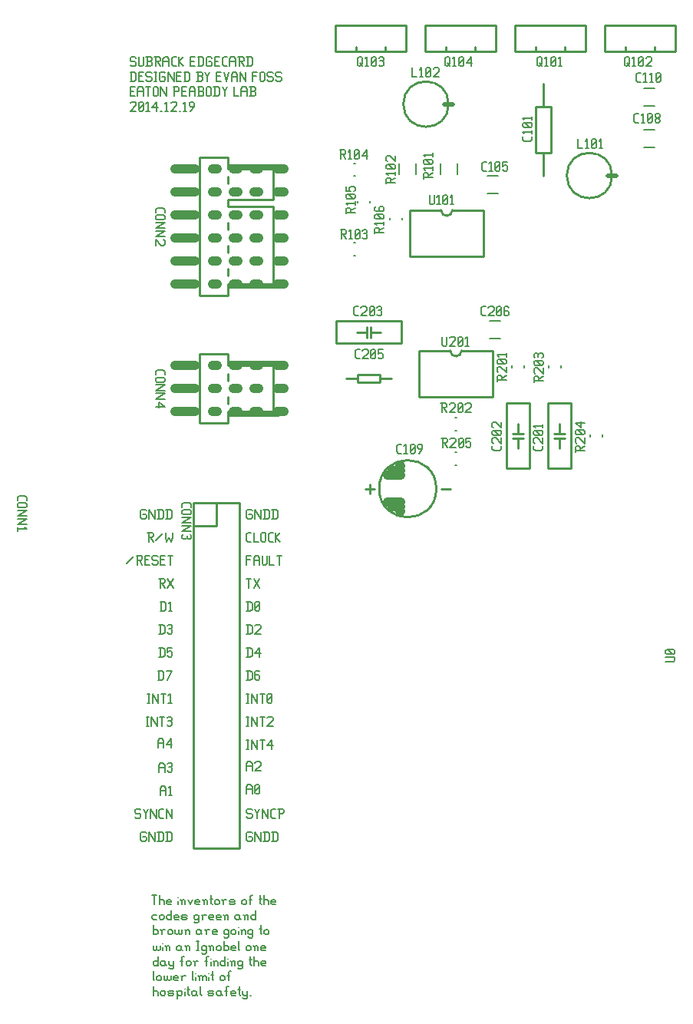
<source format=gto>
G04 start of page 2 for group 1 layer_idx 8 *
G04 Title: (unknown), top_silk *
G04 Creator: pcb-rnd 2.3.2 *
G04 CreationDate: 2021-07-12 19:07:32 UTC *
G04 For:  *
G04 Format: Gerber/RS-274X *
G04 PCB-Dimensions: 1000000 1000000 *
G04 PCB-Coordinate-Origin: lower left *
%MOIN*%
%FSLAX25Y25*%
%LNTOP_SILK_NONE_1*%
%ADD85C,0.0070*%
%ADD84C,0.0200*%
%ADD83C,0.0394*%
%ADD82C,0.0080*%
%ADD81C,0.0150*%
%ADD80C,0.0400*%
%ADD79C,0.0100*%
G54D79*X167000Y736000D02*Y586000D01*
X187000Y736000D02*X167000D01*
X177000Y726000D02*X167000D01*
X177000Y736000D02*Y726000D01*
X182000Y795500D02*X201700D01*
X182000Y789000D02*Y792000D01*
G54D80*X186400Y785500D02*X184200D01*
X177400D02*X175200D01*
G54D79*X182000Y770500D02*X169500D01*
X182000Y779000D02*Y782000D01*
G54D80*X177400Y775500D02*X175200D01*
X195400Y785500D02*X193200D01*
G54D79*X182000Y770500D02*Y775500D01*
G54D80*X195400D02*X193200D01*
X186400D02*X184200D01*
G54D79*X187000Y586000D02*X167000D01*
X187000Y736000D02*Y586000D01*
X201700Y775500D02*X182000D01*
X169500Y800500D02*Y770500D01*
X201700Y795500D02*Y775500D01*
X169500Y886000D02*X182000D01*
Y881000D01*
G54D80*X177400D02*X175200D01*
G54D79*X182000Y854500D02*Y857500D01*
G54D80*X177400Y861000D02*X175200D01*
X177400Y871000D02*X175200D01*
G54D79*X182000Y864500D02*Y867500D01*
X169500Y886000D02*Y826000D01*
X182000Y874500D02*Y877500D01*
G54D80*X177400Y851000D02*X175200D01*
G54D79*X182000Y834500D02*Y837500D01*
Y844500D02*Y847500D01*
G54D80*X177400Y831000D02*X175200D01*
X177400Y841000D02*X175200D01*
X167500Y881000D02*X159000D01*
X167500Y871000D02*X159000D01*
X167500Y861000D02*X159000D01*
X167500Y851000D02*X159000D01*
X167500Y841000D02*X159000D01*
X167500Y831000D02*X159000D01*
G54D79*X169500Y800500D02*X182000D01*
Y826000D02*X169500D01*
X182000D02*Y831000D01*
Y881000D02*X201700D01*
G54D80*X186400Y871000D02*X184200D01*
X186400Y861000D02*X184200D01*
G54D79*X201700Y867500D02*Y881000D01*
G54D80*X195400Y871000D02*X193200D01*
X195400Y861000D02*X193200D01*
G54D79*X201700Y867500D02*X182000D01*
Y864500D02*X201700D01*
Y831000D01*
G54D80*X195400Y851000D02*X193200D01*
X195400Y841000D02*X193200D01*
X186400Y831000D02*X184200D01*
X186400Y881000D02*X184200D01*
G54D81*X203400Y882250D02*X182300D01*
G54D80*X186400Y841000D02*X184200D01*
X186400Y851000D02*X184200D01*
G54D79*X182000Y800500D02*Y795500D01*
G54D81*X203400Y796750D02*X182300D01*
G54D79*X201700Y831000D02*X182000D01*
G54D81*X203700Y829750D02*X182300D01*
G54D80*X195400Y831000D02*X193200D01*
X203200D02*X206400D01*
G54D79*X228984Y805079D02*Y814921D01*
X257331D01*
X237843Y810000D02*X242173D01*
Y812362D02*Y807638D01*
X257331Y814921D02*Y805079D01*
X228984D01*
X244142Y810000D02*X248472D01*
X244142Y812362D02*Y807638D01*
X233300Y790000D02*X238225D01*
X248075D02*X253000D01*
X238225Y791642D02*Y788358D01*
Y791642D02*X248075D01*
Y788358D02*X238225D01*
X248075D02*Y791642D01*
X265000Y802000D02*Y782000D01*
G54D82*X280607Y772755D02*X281393D01*
X280607Y767245D02*X281393D01*
G54D79*X241677Y742000D02*X245677D01*
G54D83*X256978Y747906D02*X251478D01*
X256978Y749874D02*X253234D01*
X256978Y751843D02*X256618D01*
G54D82*X280607Y757755D02*X281393D01*
X280607Y752245D02*X281393D01*
G54D79*X274480Y742000D02*X278480D01*
X243677Y744000D02*Y740000D01*
G54D83*X256978Y736094D02*X251478D01*
X256978Y734126D02*X253234D01*
X256978Y732157D02*X256618D01*
G54D79*X297000Y782000D02*X265000D01*
G54D82*X295638Y814740D02*X300362D01*
X295638Y807260D02*X300362D01*
X305245Y794607D02*Y795393D01*
G54D79*X297000Y782000D02*Y802000D01*
G54D82*X310755Y794607D02*Y795393D01*
X321245Y794607D02*Y795393D01*
X326755Y794607D02*Y795393D01*
X339245Y764607D02*Y765393D01*
X344755Y764607D02*Y765393D01*
G54D79*X303079Y750827D02*Y779173D01*
X305638Y764016D02*X310362D01*
X308000Y765984D02*Y770315D01*
X312921Y779173D02*Y750827D01*
X303079D01*
X308000Y759685D02*Y764016D01*
X305638Y765984D02*X310362D01*
X321079Y750827D02*Y779173D01*
X330921D02*Y750827D01*
X321079D01*
X326000Y759685D02*Y764016D01*
X323638D02*X328362D01*
X326000Y765984D02*Y770315D01*
X323638Y765984D02*X328362D01*
X303079Y779173D02*X312921D01*
X321079D02*X330921D01*
X265000Y802000D02*X278500D01*
X283500D02*X297000D01*
G54D80*X195400Y881000D02*X193200D01*
X203200Y871000D02*X206400D01*
X203200Y881000D02*X206400D01*
G54D82*X236608Y883392D02*X237394D01*
X236608Y877882D02*X237394D01*
X238246Y866244D02*Y867030D01*
G54D84*X275874Y909000D02*X279811D01*
G54D82*X243756Y866244D02*Y867030D01*
X256260Y878638D02*Y883362D01*
X263740Y878638D02*Y883362D01*
X274260Y878638D02*Y883362D01*
X281740Y878638D02*Y883362D01*
G54D79*X319000Y878000D02*Y888000D01*
X322333Y908000D02*Y888000D01*
X319000Y908000D02*Y918000D01*
X322333Y908000D02*X315667D01*
G54D82*X362638Y915740D02*X367362D01*
X362638Y908260D02*X367362D01*
G54D79*X315667Y888000D02*X322333D01*
G54D84*X346874Y878000D02*X350811D01*
G54D82*X294638Y877740D02*X299362D01*
X294638Y870260D02*X299362D01*
X362638Y897740D02*X367362D01*
X362638Y890260D02*X367362D01*
G54D79*X315667Y888000D02*Y908000D01*
X228646Y943193D02*X259354D01*
X267646D02*X298354D01*
X306646D02*X337354D01*
X345646D02*X376354D01*
X228646Y931776D02*Y943193D01*
X259354Y931776D02*X228646D01*
X237701D02*Y933744D01*
X250299D02*Y931776D01*
X298354D02*X267646D01*
X276701D02*Y933744D01*
X289299D02*Y931776D01*
X337354D02*X306646D01*
X315701D02*Y933744D01*
X328299D02*Y931776D01*
X376354D02*X345646D01*
X354701D02*Y933744D01*
X367299D02*Y931776D01*
X259354Y943193D02*Y931776D01*
X267646D02*Y943193D01*
X298354D02*Y931776D01*
X306646D02*Y943193D01*
X337354D02*Y931776D01*
X345646D02*Y943193D01*
X376354D02*Y931776D01*
G54D80*X203200Y861000D02*X206400D01*
X203200Y851000D02*X206400D01*
X203200Y841000D02*X206400D01*
G54D79*X261000Y863000D02*Y843000D01*
X293000D02*X261000D01*
G54D82*X236607Y848755D02*X237393D01*
X236607Y843245D02*X237393D01*
G54D79*X293000Y843000D02*Y863000D01*
X261000D02*X274500D01*
X279500D02*X293000D01*
G54D82*X252246Y858787D02*Y859573D01*
X257756Y858787D02*Y859573D01*
G54D80*X195400Y795500D02*X193200D01*
X203200Y785500D02*X206400D01*
X203200Y795500D02*X206400D01*
X203200Y775500D02*X206400D01*
G54D81*X203700Y774250D02*X182300D01*
G54D80*X186400Y795500D02*X184200D01*
X177400D02*X175200D01*
X167500D02*X159000D01*
X167500Y785500D02*X159000D01*
X167500Y775500D02*X159000D01*
G54D79*X258157Y909000D02*G75*G03X277843Y909000I9843J0D01*G01*
G75*G03X258157Y909000I-9843J0D01*G01*
X274500Y863000D02*G75*G03X279500Y863000I2500J0D01*G01*
X278500Y802000D02*G75*G03X283500Y802000I2500J0D01*G01*
X329157Y878000D02*G75*G03X348843Y878000I9843J0D01*G01*
G75*G03X329157Y878000I-9843J0D01*G01*
X247677Y742000D02*G75*G03X272480Y742000I12402J0D01*G01*
G75*G03X247677Y742000I-12402J0D01*G01*
G54D85*X149500Y557000D02*X151000D01*
X149000Y556500D02*X149500Y557000D01*
X149000Y556500D02*Y555500D01*
X149500Y555000D01*
X151000D01*
X152200Y556500D02*Y555500D01*
Y556500D02*X152700Y557000D01*
X153700D01*
X154200Y556500D01*
Y555500D01*
X153700Y555000D02*X154200Y555500D01*
X152700Y555000D02*X153700D01*
X152200Y555500D02*X152700Y555000D01*
X157400Y559000D02*Y555000D01*
X156900D02*X157400Y555500D01*
X155900Y555000D02*X156900D01*
X155400Y555500D02*X155900Y555000D01*
X155400Y556500D02*Y555500D01*
Y556500D02*X155900Y557000D01*
X156900D01*
X157400Y556500D01*
X159100Y555000D02*X160600D01*
X158600Y555500D02*X159100Y555000D01*
X158600Y556500D02*Y555500D01*
Y556500D02*X159100Y557000D01*
X160100D01*
X160600Y556500D01*
X158600Y556000D02*X160600D01*
Y556500D01*
X162300Y555000D02*X163800D01*
X164300Y555500D01*
X163800Y556000D02*X164300Y555500D01*
X162300Y556000D02*X163800D01*
X161800Y556500D02*X162300Y556000D01*
X161800Y556500D02*X162300Y557000D01*
X163800D01*
X164300Y556500D01*
X161800Y555500D02*X162300Y555000D01*
X168800Y557000D02*X169300Y556500D01*
X167800Y557000D02*X168800D01*
X167300Y556500D02*X167800Y557000D01*
X167300Y556500D02*Y555500D01*
X167800Y555000D01*
X168800D01*
X169300Y555500D01*
X167300Y554000D02*X167800Y553500D01*
X168800D01*
X169300Y554000D01*
Y557000D02*Y554000D01*
X171000Y556500D02*Y555000D01*
Y556500D02*X171500Y557000D01*
X172500D01*
X170500D02*X171000Y556500D01*
X174200Y555000D02*X175700D01*
X173700Y555500D02*X174200Y555000D01*
X173700Y556500D02*Y555500D01*
Y556500D02*X174200Y557000D01*
X175200D01*
X175700Y556500D01*
X173700Y556000D02*X175700D01*
Y556500D01*
X177400Y555000D02*X178900D01*
X176900Y555500D02*X177400Y555000D01*
X176900Y556500D02*Y555500D01*
Y556500D02*X177400Y557000D01*
X178400D01*
X178900Y556500D01*
X176900Y556000D02*X178900D01*
Y556500D01*
X180600D02*Y555000D01*
Y556500D02*X181100Y557000D01*
X181600D01*
X182100Y556500D01*
Y555000D01*
X180100Y557000D02*X180600Y556500D01*
X186600Y557000D02*X187100Y556500D01*
X185600Y557000D02*X186600D01*
X185100Y556500D02*X185600Y557000D01*
X185100Y556500D02*Y555500D01*
X185600Y555000D01*
X187100Y557000D02*Y555500D01*
X187600Y555000D01*
X185600D02*X186600D01*
X187100Y555500D01*
X189300Y556500D02*Y555000D01*
Y556500D02*X189800Y557000D01*
X190300D01*
X190800Y556500D01*
Y555000D01*
X188800Y557000D02*X189300Y556500D01*
X194000Y559000D02*Y555000D01*
X193500D02*X194000Y555500D01*
X192500Y555000D02*X193500D01*
X192000Y555500D02*X192500Y555000D01*
X192000Y556500D02*Y555500D01*
Y556500D02*X192500Y557000D01*
X193500D01*
X194000Y556500D01*
X149000Y565500D02*X151000D01*
X150000D02*Y561500D01*
X152200Y565500D02*Y561500D01*
Y563000D02*X152700Y563500D01*
X153700D01*
X154200Y563000D01*
Y561500D01*
X155900D02*X157400D01*
X155400Y562000D02*X155900Y561500D01*
X155400Y563000D02*Y562000D01*
Y563000D02*X155900Y563500D01*
X156900D01*
X157400Y563000D01*
X155400Y562500D02*X157400D01*
Y563000D01*
X160400Y564500D02*Y564400D01*
Y563000D02*Y561500D01*
X161900Y563000D02*Y561500D01*
Y563000D02*X162400Y563500D01*
X162900D01*
X163400Y563000D01*
Y561500D01*
X161400Y563500D02*X161900Y563000D01*
X164600Y563500D02*X165600Y561500D01*
X166600Y563500D02*X165600Y561500D01*
X168300D02*X169800D01*
X167800Y562000D02*X168300Y561500D01*
X167800Y563000D02*Y562000D01*
Y563000D02*X168300Y563500D01*
X169300D01*
X169800Y563000D01*
X167800Y562500D02*X169800D01*
Y563000D01*
X171500D02*Y561500D01*
Y563000D02*X172000Y563500D01*
X172500D01*
X173000Y563000D01*
Y561500D01*
X171000Y563500D02*X171500Y563000D01*
X174700Y565500D02*Y562000D01*
X175200Y561500D01*
X174200Y564000D02*X175200D01*
X176200Y563000D02*Y562000D01*
Y563000D02*X176700Y563500D01*
X177700D01*
X178200Y563000D01*
Y562000D01*
X177700Y561500D02*X178200Y562000D01*
X176700Y561500D02*X177700D01*
X176200Y562000D02*X176700Y561500D01*
X179900Y563000D02*Y561500D01*
Y563000D02*X180400Y563500D01*
X181400D01*
X179400D02*X179900Y563000D01*
X183100Y561500D02*X184600D01*
X185100Y562000D01*
X184600Y562500D02*X185100Y562000D01*
X183100Y562500D02*X184600D01*
X182600Y563000D02*X183100Y562500D01*
X182600Y563000D02*X183100Y563500D01*
X184600D01*
X185100Y563000D01*
X182600Y562000D02*X183100Y561500D01*
X188100Y563000D02*Y562000D01*
Y563000D02*X188600Y563500D01*
X189600D01*
X190100Y563000D01*
Y562000D01*
X189600Y561500D02*X190100Y562000D01*
X188600Y561500D02*X189600D01*
X188100Y562000D02*X188600Y561500D01*
X191800Y565000D02*Y561500D01*
Y565000D02*X192300Y565500D01*
X192800D01*
X191300Y563500D02*X192300D01*
X196100Y565500D02*Y562000D01*
X196600Y561500D01*
X195600Y564000D02*X196600D01*
X197600Y565500D02*Y561500D01*
Y563000D02*X198100Y563500D01*
X199100D01*
X199600Y563000D01*
Y561500D01*
X201300D02*X202800D01*
X200800Y562000D02*X201300Y561500D01*
X200800Y563000D02*Y562000D01*
Y563000D02*X201300Y563500D01*
X202300D01*
X202800Y563000D01*
X200800Y562500D02*X202800D01*
Y563000D01*
X192000Y593000D02*X192500Y592500D01*
X190500Y593000D02*X192000D01*
X190000Y592500D02*X190500Y593000D01*
X190000Y592500D02*Y589500D01*
X190500Y589000D01*
X192000D01*
X192500Y589500D01*
Y590500D02*Y589500D01*
X192000Y591000D02*X192500Y590500D01*
X191000Y591000D02*X192000D01*
X193700Y593000D02*Y589000D01*
Y593000D02*X196200Y589000D01*
Y593000D02*Y589000D01*
X197900Y593000D02*Y589000D01*
X199200Y593000D02*X199900Y592300D01*
Y589700D01*
X199200Y589000D02*X199900Y589700D01*
X197400Y589000D02*X199200D01*
X197400Y593000D02*X199200D01*
X201600D02*Y589000D01*
X202900Y593000D02*X203600Y592300D01*
Y589700D01*
X202900Y589000D02*X203600Y589700D01*
X201100Y589000D02*X202900D01*
X201100Y593000D02*X202900D01*
X192000Y603000D02*X192500Y602500D01*
X190500Y603000D02*X192000D01*
X190000Y602500D02*X190500Y603000D01*
X190000Y602500D02*Y601500D01*
X190500Y601000D01*
X192000D01*
X192500Y600500D01*
Y599500D01*
X192000Y599000D02*X192500Y599500D01*
X190500Y599000D02*X192000D01*
X190000Y599500D02*X190500Y599000D01*
X193700Y603000D02*X194700Y601000D01*
X195700Y603000D01*
X194700Y601000D02*Y599000D01*
X196900Y603000D02*Y599000D01*
Y603000D02*X199400Y599000D01*
Y603000D02*Y599000D01*
X201300D02*X202600D01*
X200600Y599700D02*X201300Y599000D01*
X200600Y602300D02*Y599700D01*
Y602300D02*X201300Y603000D01*
X202600D01*
X204300D02*Y599000D01*
X203800Y603000D02*X205800D01*
X206300Y602500D01*
Y601500D01*
X205800Y601000D02*X206300Y601500D01*
X204300Y601000D02*X205800D01*
X190000Y612500D02*Y609500D01*
Y612500D02*X190700Y613500D01*
X191800D01*
X192500Y612500D01*
Y609500D01*
X190000Y611500D02*X192500D01*
X193700Y610000D02*X194200Y609500D01*
X193700Y613000D02*Y610000D01*
Y613000D02*X194200Y613500D01*
X195200D01*
X195700Y613000D01*
Y610000D01*
X195200Y609500D02*X195700Y610000D01*
X194200Y609500D02*X195200D01*
X193700Y610500D02*X195700Y612500D01*
X149500Y532500D02*Y529000D01*
X150000Y528500D01*
X151000Y530000D02*Y529000D01*
Y530000D02*X151500Y530500D01*
X152500D01*
X153000Y530000D01*
Y529000D01*
X152500Y528500D02*X153000Y529000D01*
X151500Y528500D02*X152500D01*
X151000Y529000D02*X151500Y528500D01*
X154200Y530500D02*Y529000D01*
X154700Y528500D01*
X155200D01*
X155700Y529000D01*
Y530500D02*Y529000D01*
X156200Y528500D01*
X156700D01*
X157200Y529000D01*
Y530500D02*Y529000D01*
X158900Y528500D02*X160400D01*
X158400Y529000D02*X158900Y528500D01*
X158400Y530000D02*Y529000D01*
Y530000D02*X158900Y530500D01*
X159900D01*
X160400Y530000D01*
X158400Y529500D02*X160400D01*
Y530000D01*
X162100D02*Y528500D01*
Y530000D02*X162600Y530500D01*
X163600D01*
X161600D02*X162100Y530000D01*
X166600Y532500D02*Y529000D01*
X167100Y528500D01*
X168100Y531500D02*Y531400D01*
Y530000D02*Y528500D01*
X169600Y530000D02*Y528500D01*
Y530000D02*X170100Y530500D01*
X170600D01*
X171100Y530000D01*
Y528500D01*
Y530000D02*X171600Y530500D01*
X172100D01*
X172600Y530000D01*
Y528500D01*
X169100Y530500D02*X169600Y530000D01*
X173800Y531500D02*Y531400D01*
Y530000D02*Y528500D01*
X175300Y532500D02*Y529000D01*
X175800Y528500D01*
X174800Y531000D02*X175800D01*
X178600Y530000D02*Y529000D01*
Y530000D02*X179100Y530500D01*
X180100D01*
X180600Y530000D01*
Y529000D01*
X180100Y528500D02*X180600Y529000D01*
X179100Y528500D02*X180100D01*
X178600Y529000D02*X179100Y528500D01*
X182300Y532000D02*Y528500D01*
Y532000D02*X182800Y532500D01*
X183300D01*
X181800Y530500D02*X182800D01*
X149500Y552500D02*Y548500D01*
Y549000D02*X150000Y548500D01*
X151000D01*
X151500Y549000D01*
Y550000D02*Y549000D01*
X151000Y550500D02*X151500Y550000D01*
X150000Y550500D02*X151000D01*
X149500Y550000D02*X150000Y550500D01*
X153200Y550000D02*Y548500D01*
Y550000D02*X153700Y550500D01*
X154700D01*
X152700D02*X153200Y550000D01*
X155900D02*Y549000D01*
Y550000D02*X156400Y550500D01*
X157400D01*
X157900Y550000D01*
Y549000D01*
X157400Y548500D02*X157900Y549000D01*
X156400Y548500D02*X157400D01*
X155900Y549000D02*X156400Y548500D01*
X159100Y550500D02*Y549000D01*
X159600Y548500D01*
X160100D01*
X160600Y549000D01*
Y550500D02*Y549000D01*
X161100Y548500D01*
X161600D01*
X162100Y549000D01*
Y550500D02*Y549000D01*
X163800Y550000D02*Y548500D01*
Y550000D02*X164300Y550500D01*
X164800D01*
X165300Y550000D01*
Y548500D01*
X163300Y550500D02*X163800Y550000D01*
X169800Y550500D02*X170300Y550000D01*
X168800Y550500D02*X169800D01*
X168300Y550000D02*X168800Y550500D01*
X168300Y550000D02*Y549000D01*
X168800Y548500D01*
X170300Y550500D02*Y549000D01*
X170800Y548500D01*
X168800D02*X169800D01*
X170300Y549000D01*
X172500Y550000D02*Y548500D01*
Y550000D02*X173000Y550500D01*
X174000D01*
X172000D02*X172500Y550000D01*
X175700Y548500D02*X177200D01*
X175200Y549000D02*X175700Y548500D01*
X175200Y550000D02*Y549000D01*
Y550000D02*X175700Y550500D01*
X176700D01*
X177200Y550000D01*
X175200Y549500D02*X177200D01*
Y550000D01*
X181700Y550500D02*X182200Y550000D01*
X180700Y550500D02*X181700D01*
X180200Y550000D02*X180700Y550500D01*
X180200Y550000D02*Y549000D01*
X180700Y548500D01*
X181700D01*
X182200Y549000D01*
X180200Y547500D02*X180700Y547000D01*
X181700D01*
X182200Y547500D01*
Y550500D02*Y547500D01*
X183400Y550000D02*Y549000D01*
Y550000D02*X183900Y550500D01*
X184900D01*
X185400Y550000D01*
Y549000D01*
X184900Y548500D02*X185400Y549000D01*
X183900Y548500D02*X184900D01*
X183400Y549000D02*X183900Y548500D01*
X186600Y551500D02*Y551400D01*
Y550000D02*Y548500D01*
X188100Y550000D02*Y548500D01*
Y550000D02*X188600Y550500D01*
X189100D01*
X189600Y550000D01*
Y548500D01*
X187600Y550500D02*X188100Y550000D01*
X192300Y550500D02*X192800Y550000D01*
X191300Y550500D02*X192300D01*
X190800Y550000D02*X191300Y550500D01*
X190800Y550000D02*Y549000D01*
X191300Y548500D01*
X192300D01*
X192800Y549000D01*
X190800Y547500D02*X191300Y547000D01*
X192300D01*
X192800Y547500D01*
Y550500D02*Y547500D01*
X196300Y552500D02*Y549000D01*
X196800Y548500D01*
X195800Y551000D02*X196800D01*
X197800Y550000D02*Y549000D01*
Y550000D02*X198300Y550500D01*
X199300D01*
X199800Y550000D01*
Y549000D01*
X199300Y548500D02*X199800Y549000D01*
X198300Y548500D02*X199300D01*
X197800Y549000D02*X198300Y548500D01*
X190000Y622500D02*Y619500D01*
Y622500D02*X190700Y623500D01*
X191800D01*
X192500Y622500D01*
Y619500D01*
X190000Y621500D02*X192500D01*
X193700Y623000D02*X194200Y623500D01*
X195700D01*
X196200Y623000D01*
Y622000D01*
X193700Y619500D02*X196200Y622000D01*
X193700Y619500D02*X196200D01*
X149500Y543500D02*Y542000D01*
X150000Y541500D01*
X150500D01*
X151000Y542000D01*
Y543500D02*Y542000D01*
X151500Y541500D01*
X152000D01*
X152500Y542000D01*
Y543500D02*Y542000D01*
X153700Y544500D02*Y544400D01*
Y543000D02*Y541500D01*
X155200Y543000D02*Y541500D01*
Y543000D02*X155700Y543500D01*
X156200D01*
X156700Y543000D01*
Y541500D01*
X154700Y543500D02*X155200Y543000D01*
X161200Y543500D02*X161700Y543000D01*
X160200Y543500D02*X161200D01*
X159700Y543000D02*X160200Y543500D01*
X159700Y543000D02*Y542000D01*
X160200Y541500D01*
X161700Y543500D02*Y542000D01*
X162200Y541500D01*
X160200D02*X161200D01*
X161700Y542000D01*
X163900Y543000D02*Y541500D01*
Y543000D02*X164400Y543500D01*
X164900D01*
X165400Y543000D01*
Y541500D01*
X163400Y543500D02*X163900Y543000D01*
X168400Y545500D02*X169400D01*
X168900D02*Y541500D01*
X168400D02*X169400D01*
X172100Y543500D02*X172600Y543000D01*
X171100Y543500D02*X172100D01*
X170600Y543000D02*X171100Y543500D01*
X170600Y543000D02*Y542000D01*
X171100Y541500D01*
X172100D01*
X172600Y542000D01*
X170600Y540500D02*X171100Y540000D01*
X172100D01*
X172600Y540500D01*
Y543500D02*Y540500D01*
X174300Y543000D02*Y541500D01*
Y543000D02*X174800Y543500D01*
X175300D01*
X175800Y543000D01*
Y541500D01*
X173800Y543500D02*X174300Y543000D01*
X177000D02*Y542000D01*
Y543000D02*X177500Y543500D01*
X178500D01*
X179000Y543000D01*
Y542000D01*
X178500Y541500D02*X179000Y542000D01*
X177500Y541500D02*X178500D01*
X177000Y542000D02*X177500Y541500D01*
X180200Y545500D02*Y541500D01*
Y542000D02*X180700Y541500D01*
X181700D01*
X182200Y542000D01*
Y543000D02*Y542000D01*
X181700Y543500D02*X182200Y543000D01*
X180700Y543500D02*X181700D01*
X180200Y543000D02*X180700Y543500D01*
X183900Y541500D02*X185400D01*
X183400Y542000D02*X183900Y541500D01*
X183400Y543000D02*Y542000D01*
Y543000D02*X183900Y543500D01*
X184900D01*
X185400Y543000D01*
X183400Y542500D02*X185400D01*
Y543000D01*
X186600Y545500D02*Y542000D01*
X187100Y541500D01*
X189900Y543000D02*Y542000D01*
Y543000D02*X190400Y543500D01*
X191400D01*
X191900Y543000D01*
Y542000D01*
X191400Y541500D02*X191900Y542000D01*
X190400Y541500D02*X191400D01*
X189900Y542000D02*X190400Y541500D01*
X193600Y543000D02*Y541500D01*
Y543000D02*X194100Y543500D01*
X194600D01*
X195100Y543000D01*
Y541500D01*
X193100Y543500D02*X193600Y543000D01*
X196800Y541500D02*X198300D01*
X196300Y542000D02*X196800Y541500D01*
X196300Y543000D02*Y542000D01*
Y543000D02*X196800Y543500D01*
X197800D01*
X198300Y543000D01*
X196300Y542500D02*X198300D01*
Y543000D01*
X151500Y539000D02*Y535000D01*
X151000D02*X151500Y535500D01*
X150000Y535000D02*X151000D01*
X149500Y535500D02*X150000Y535000D01*
X149500Y536500D02*Y535500D01*
Y536500D02*X150000Y537000D01*
X151000D01*
X151500Y536500D01*
X154200Y537000D02*X154700Y536500D01*
X153200Y537000D02*X154200D01*
X152700Y536500D02*X153200Y537000D01*
X152700Y536500D02*Y535500D01*
X153200Y535000D01*
X154700Y537000D02*Y535500D01*
X155200Y535000D01*
X153200D02*X154200D01*
X154700Y535500D01*
X156400Y537000D02*Y535500D01*
X156900Y535000D01*
X158400Y537000D02*Y534000D01*
X157900Y533500D02*X158400Y534000D01*
X156900Y533500D02*X157900D01*
X156400Y534000D02*X156900Y533500D01*
Y535000D02*X157900D01*
X158400Y535500D01*
X161900Y538500D02*Y535000D01*
Y538500D02*X162400Y539000D01*
X162900D01*
X161400Y537000D02*X162400D01*
X163900Y536500D02*Y535500D01*
Y536500D02*X164400Y537000D01*
X165400D01*
X165900Y536500D01*
Y535500D01*
X165400Y535000D02*X165900Y535500D01*
X164400Y535000D02*X165400D01*
X163900Y535500D02*X164400Y535000D01*
X167600Y536500D02*Y535000D01*
Y536500D02*X168100Y537000D01*
X169100D01*
X167100D02*X167600Y536500D01*
X172600Y538500D02*Y535000D01*
Y538500D02*X173100Y539000D01*
X173600D01*
X172100Y537000D02*X173100D01*
X174600Y538000D02*Y537900D01*
Y536500D02*Y535000D01*
X176100Y536500D02*Y535000D01*
Y536500D02*X176600Y537000D01*
X177100D01*
X177600Y536500D01*
Y535000D01*
X175600Y537000D02*X176100Y536500D01*
X180800Y539000D02*Y535000D01*
X180300D02*X180800Y535500D01*
X179300Y535000D02*X180300D01*
X178800Y535500D02*X179300Y535000D01*
X178800Y536500D02*Y535500D01*
Y536500D02*X179300Y537000D01*
X180300D01*
X180800Y536500D01*
X182000Y538000D02*Y537900D01*
Y536500D02*Y535000D01*
X183500Y536500D02*Y535000D01*
Y536500D02*X184000Y537000D01*
X184500D01*
X185000Y536500D01*
Y535000D01*
X183000Y537000D02*X183500Y536500D01*
X187700Y537000D02*X188200Y536500D01*
X186700Y537000D02*X187700D01*
X186200Y536500D02*X186700Y537000D01*
X186200Y536500D02*Y535500D01*
X186700Y535000D01*
X187700D01*
X188200Y535500D01*
X186200Y534000D02*X186700Y533500D01*
X187700D01*
X188200Y534000D01*
Y537000D02*Y534000D01*
X191700Y539000D02*Y535500D01*
X192200Y535000D01*
X191200Y537500D02*X192200D01*
X193200Y539000D02*Y535000D01*
Y536500D02*X193700Y537000D01*
X194700D01*
X195200Y536500D01*
Y535000D01*
X196900D02*X198400D01*
X196400Y535500D02*X196900Y535000D01*
X196400Y536500D02*Y535500D01*
Y536500D02*X196900Y537000D01*
X197900D01*
X198400Y536500D01*
X196400Y536000D02*X198400D01*
Y536500D01*
X149500Y526000D02*Y522000D01*
Y523500D02*X150000Y524000D01*
X151000D01*
X151500Y523500D01*
Y522000D01*
X152700Y523500D02*Y522500D01*
Y523500D02*X153200Y524000D01*
X154200D01*
X154700Y523500D01*
Y522500D01*
X154200Y522000D02*X154700Y522500D01*
X153200Y522000D02*X154200D01*
X152700Y522500D02*X153200Y522000D01*
X156400D02*X157900D01*
X158400Y522500D01*
X157900Y523000D02*X158400Y522500D01*
X156400Y523000D02*X157900D01*
X155900Y523500D02*X156400Y523000D01*
X155900Y523500D02*X156400Y524000D01*
X157900D01*
X158400Y523500D01*
X155900Y522500D02*X156400Y522000D01*
X160100Y523500D02*Y520500D01*
X159600Y524000D02*X160100Y523500D01*
X160600Y524000D01*
X161600D01*
X162100Y523500D01*
Y522500D01*
X161600Y522000D02*X162100Y522500D01*
X160600Y522000D02*X161600D01*
X160100Y522500D02*X160600Y522000D01*
X163300Y525000D02*Y524900D01*
Y523500D02*Y522000D01*
X164800Y526000D02*Y522500D01*
X165300Y522000D01*
X164300Y524500D02*X165300D01*
X167800Y524000D02*X168300Y523500D01*
X166800Y524000D02*X167800D01*
X166300Y523500D02*X166800Y524000D01*
X166300Y523500D02*Y522500D01*
X166800Y522000D01*
X168300Y524000D02*Y522500D01*
X168800Y522000D01*
X166800D02*X167800D01*
X168300Y522500D01*
X170000Y526000D02*Y522500D01*
X170500Y522000D01*
X173800D02*X175300D01*
X175800Y522500D01*
X175300Y523000D02*X175800Y522500D01*
X173800Y523000D02*X175300D01*
X173300Y523500D02*X173800Y523000D01*
X173300Y523500D02*X173800Y524000D01*
X175300D01*
X175800Y523500D01*
X173300Y522500D02*X173800Y522000D01*
X178500Y524000D02*X179000Y523500D01*
X177500Y524000D02*X178500D01*
X177000Y523500D02*X177500Y524000D01*
X177000Y523500D02*Y522500D01*
X177500Y522000D01*
X179000Y524000D02*Y522500D01*
X179500Y522000D01*
X177500D02*X178500D01*
X179000Y522500D01*
X181200Y525500D02*Y522000D01*
Y525500D02*X181700Y526000D01*
X182200D01*
X180700Y524000D02*X181700D01*
X183700Y522000D02*X185200D01*
X183200Y522500D02*X183700Y522000D01*
X183200Y523500D02*Y522500D01*
Y523500D02*X183700Y524000D01*
X184700D01*
X185200Y523500D01*
X183200Y523000D02*X185200D01*
Y523500D01*
X186900Y526000D02*Y522500D01*
X187400Y522000D01*
X186400Y524500D02*X187400D01*
X188400Y524000D02*Y522500D01*
X188900Y522000D01*
X190400Y524000D02*Y521000D01*
X189900Y520500D02*X190400Y521000D01*
X188900Y520500D02*X189900D01*
X188400Y521000D02*X188900Y520500D01*
Y522000D02*X189900D01*
X190400Y522500D01*
X191600Y522000D02*X192100D01*
X146000Y593000D02*X146500Y592500D01*
X144500Y593000D02*X146000D01*
X144000Y592500D02*X144500Y593000D01*
X144000Y592500D02*Y589500D01*
X144500Y589000D01*
X146000D01*
X146500Y589500D01*
Y590500D02*Y589500D01*
X146000Y591000D02*X146500Y590500D01*
X145000Y591000D02*X146000D01*
X147700Y593000D02*Y589000D01*
Y593000D02*X150200Y589000D01*
Y593000D02*Y589000D01*
X151900Y593000D02*Y589000D01*
X153200Y593000D02*X153900Y592300D01*
Y589700D01*
X153200Y589000D02*X153900Y589700D01*
X151400Y589000D02*X153200D01*
X151400Y593000D02*X153200D01*
X155600D02*Y589000D01*
X156900Y593000D02*X157600Y592300D01*
Y589700D01*
X156900Y589000D02*X157600Y589700D01*
X155100Y589000D02*X156900D01*
X155100Y593000D02*X156900D01*
X143500Y603000D02*X144000Y602500D01*
X142000Y603000D02*X143500D01*
X141500Y602500D02*X142000Y603000D01*
X141500Y602500D02*Y601500D01*
X142000Y601000D01*
X143500D01*
X144000Y600500D01*
Y599500D01*
X143500Y599000D02*X144000Y599500D01*
X142000Y599000D02*X143500D01*
X141500Y599500D02*X142000Y599000D01*
X145200Y603000D02*X146200Y601000D01*
X147200Y603000D01*
X146200Y601000D02*Y599000D01*
X148400Y603000D02*Y599000D01*
Y603000D02*X150900Y599000D01*
Y603000D02*Y599000D01*
X152800D02*X154100D01*
X152100Y599700D02*X152800Y599000D01*
X152100Y602300D02*Y599700D01*
Y602300D02*X152800Y603000D01*
X154100D01*
X155300D02*Y599000D01*
Y603000D02*X157800Y599000D01*
Y603000D02*Y599000D01*
X152500Y612000D02*Y609000D01*
Y612000D02*X153200Y613000D01*
X154300D01*
X155000Y612000D01*
Y609000D01*
X152500Y611000D02*X155000D01*
X156200Y612200D02*X157000Y613000D01*
Y609000D01*
X156200D02*X157700D01*
X152000Y622000D02*Y619000D01*
Y622000D02*X152700Y623000D01*
X153800D01*
X154500Y622000D01*
Y619000D01*
X152000Y621000D02*X154500D01*
X155700Y622500D02*X156200Y623000D01*
X157200D01*
X157700Y622500D01*
X157200Y619000D02*X157700Y619500D01*
X156200Y619000D02*X157200D01*
X155700Y619500D02*X156200Y619000D01*
Y621200D02*X157200D01*
X157700Y622500D02*Y621700D01*
Y620700D02*Y619500D01*
Y620700D02*X157200Y621200D01*
X157700Y621700D02*X157200Y621200D01*
X151500Y632500D02*Y629500D01*
Y632500D02*X152200Y633500D01*
X153300D01*
X154000Y632500D01*
Y629500D01*
X151500Y631500D02*X154000D01*
X155200Y631000D02*X157200Y633500D01*
X155200Y631000D02*X157700D01*
X157200Y633500D02*Y629500D01*
X146500Y643000D02*X147500D01*
X147000D02*Y639000D01*
X146500D02*X147500D01*
X148700Y643000D02*Y639000D01*
Y643000D02*X151200Y639000D01*
Y643000D02*Y639000D01*
X152400Y643000D02*X154400D01*
X153400D02*Y639000D01*
X155600Y642500D02*X156100Y643000D01*
X157100D01*
X157600Y642500D01*
X157100Y639000D02*X157600Y639500D01*
X156100Y639000D02*X157100D01*
X155600Y639500D02*X156100Y639000D01*
Y641200D02*X157100D01*
X157600Y642500D02*Y641700D01*
Y640700D02*Y639500D01*
Y640700D02*X157100Y641200D01*
X157600Y641700D02*X157100Y641200D01*
X140000Y923000D02*Y919000D01*
X141300Y923000D02*X142000Y922300D01*
Y919700D01*
X141300Y919000D02*X142000Y919700D01*
X139500Y919000D02*X141300D01*
X139500Y923000D02*X141300D01*
X143200Y921200D02*X144700D01*
X143200Y919000D02*X145200D01*
X143200Y923000D02*Y919000D01*
Y923000D02*X145200D01*
X148400D02*X148900Y922500D01*
X146900Y923000D02*X148400D01*
X146400Y922500D02*X146900Y923000D01*
X146400Y922500D02*Y921500D01*
X146900Y921000D01*
X148400D01*
X148900Y920500D01*
Y919500D01*
X148400Y919000D02*X148900Y919500D01*
X146900Y919000D02*X148400D01*
X146400Y919500D02*X146900Y919000D01*
X150100Y923000D02*X151100D01*
X150600D02*Y919000D01*
X150100D02*X151100D01*
X154300Y923000D02*X154800Y922500D01*
X152800Y923000D02*X154300D01*
X152300Y922500D02*X152800Y923000D01*
X152300Y922500D02*Y919500D01*
X152800Y919000D01*
X154300D01*
X154800Y919500D01*
Y920500D02*Y919500D01*
X154300Y921000D02*X154800Y920500D01*
X153300Y921000D02*X154300D01*
X156000Y923000D02*Y919000D01*
Y923000D02*X158500Y919000D01*
Y923000D02*Y919000D01*
X159700Y921200D02*X161200D01*
X159700Y919000D02*X161700D01*
X159700Y923000D02*Y919000D01*
Y923000D02*X161700D01*
X163400D02*Y919000D01*
X164700Y923000D02*X165400Y922300D01*
Y919700D01*
X164700Y919000D02*X165400Y919700D01*
X162900Y919000D02*X164700D01*
X162900Y923000D02*X164700D01*
X168400Y919000D02*X170400D01*
X170900Y919500D01*
Y920700D02*Y919500D01*
X170400Y921200D02*X170900Y920700D01*
X168900Y921200D02*X170400D01*
X168900Y923000D02*Y919000D01*
X168400Y923000D02*X170400D01*
X170900Y922500D01*
Y921700D01*
X170400Y921200D02*X170900Y921700D01*
X172100Y923000D02*X173100Y921000D01*
X174100Y923000D01*
X173100Y921000D02*Y919000D01*
X177100Y921200D02*X178600D01*
X177100Y919000D02*X179100D01*
X177100Y923000D02*Y919000D01*
Y923000D02*X179100D01*
X180300D02*X181300Y919000D01*
X182300Y923000D01*
X183500Y922000D02*Y919000D01*
Y922000D02*X184200Y923000D01*
X185300D01*
X186000Y922000D01*
Y919000D01*
X183500Y921000D02*X186000D01*
X187200Y923000D02*Y919000D01*
Y923000D02*X189700Y919000D01*
Y923000D02*Y919000D01*
X192700Y923000D02*Y919000D01*
Y923000D02*X194700D01*
X192700Y921200D02*X194200D01*
X195900Y922500D02*Y919500D01*
Y922500D02*X196400Y923000D01*
X197400D01*
X197900Y922500D01*
Y919500D01*
X197400Y919000D02*X197900Y919500D01*
X196400Y919000D02*X197400D01*
X195900Y919500D02*X196400Y919000D01*
X201100Y923000D02*X201600Y922500D01*
X199600Y923000D02*X201100D01*
X199100Y922500D02*X199600Y923000D01*
X199100Y922500D02*Y921500D01*
X199600Y921000D01*
X201100D01*
X201600Y920500D01*
Y919500D01*
X201100Y919000D02*X201600Y919500D01*
X199600Y919000D02*X201100D01*
X199100Y919500D02*X199600Y919000D01*
X204800Y923000D02*X205300Y922500D01*
X203300Y923000D02*X204800D01*
X202800Y922500D02*X203300Y923000D01*
X202800Y922500D02*Y921500D01*
X203300Y921000D01*
X204800D01*
X205300Y920500D01*
Y919500D01*
X204800Y919000D02*X205300Y919500D01*
X203300Y919000D02*X204800D01*
X202800Y919500D02*X203300Y919000D01*
X141500Y929500D02*X142000Y929000D01*
X140000Y929500D02*X141500D01*
X139500Y929000D02*X140000Y929500D01*
X139500Y929000D02*Y928000D01*
X140000Y927500D01*
X141500D01*
X142000Y927000D01*
Y926000D01*
X141500Y925500D02*X142000Y926000D01*
X140000Y925500D02*X141500D01*
X139500Y926000D02*X140000Y925500D01*
X143200Y929500D02*Y926000D01*
X143700Y925500D01*
X144700D01*
X145200Y926000D01*
Y929500D02*Y926000D01*
X146400Y925500D02*X148400D01*
X148900Y926000D01*
Y927200D02*Y926000D01*
X148400Y927700D02*X148900Y927200D01*
X146900Y927700D02*X148400D01*
X146900Y929500D02*Y925500D01*
X146400Y929500D02*X148400D01*
X148900Y929000D01*
Y928200D01*
X148400Y927700D02*X148900Y928200D01*
X150100Y929500D02*X152100D01*
X152600Y929000D01*
Y928000D01*
X152100Y927500D02*X152600Y928000D01*
X150600Y927500D02*X152100D01*
X150600Y929500D02*Y925500D01*
X151400Y927500D02*X152600Y925500D01*
X153800Y928500D02*Y925500D01*
Y928500D02*X154500Y929500D01*
X155600D01*
X156300Y928500D01*
Y925500D01*
X153800Y927500D02*X156300D01*
X158200Y925500D02*X159500D01*
X157500Y926200D02*X158200Y925500D01*
X157500Y928800D02*Y926200D01*
Y928800D02*X158200Y929500D01*
X159500D01*
X160700D02*Y925500D01*
Y927500D02*X162700Y929500D01*
X160700Y927500D02*X162700Y925500D01*
X165700Y927700D02*X167200D01*
X165700Y925500D02*X167700D01*
X165700Y929500D02*Y925500D01*
Y929500D02*X167700D01*
X169400D02*Y925500D01*
X170700Y929500D02*X171400Y928800D01*
Y926200D01*
X170700Y925500D02*X171400Y926200D01*
X168900Y925500D02*X170700D01*
X168900Y929500D02*X170700D01*
X174600D02*X175100Y929000D01*
X173100Y929500D02*X174600D01*
X172600Y929000D02*X173100Y929500D01*
X172600Y929000D02*Y926000D01*
X173100Y925500D01*
X174600D01*
X175100Y926000D01*
Y927000D02*Y926000D01*
X174600Y927500D02*X175100Y927000D01*
X173600Y927500D02*X174600D01*
X176300Y927700D02*X177800D01*
X176300Y925500D02*X178300D01*
X176300Y929500D02*Y925500D01*
Y929500D02*X178300D01*
X180200Y925500D02*X181500D01*
X179500Y926200D02*X180200Y925500D01*
X179500Y928800D02*Y926200D01*
Y928800D02*X180200Y929500D01*
X181500D01*
X182700Y928500D02*Y925500D01*
Y928500D02*X183400Y929500D01*
X184500D01*
X185200Y928500D01*
Y925500D01*
X182700Y927500D02*X185200D01*
X186400Y929500D02*X188400D01*
X188900Y929000D01*
Y928000D01*
X188400Y927500D02*X188900Y928000D01*
X186900Y927500D02*X188400D01*
X186900Y929500D02*Y925500D01*
X187700Y927500D02*X188900Y925500D01*
X190600Y929500D02*Y925500D01*
X191900Y929500D02*X192600Y928800D01*
Y926200D01*
X191900Y925500D02*X192600Y926200D01*
X190100Y925500D02*X191900D01*
X190100Y929500D02*X191900D01*
X139500Y909500D02*X140000Y910000D01*
X141500D01*
X142000Y909500D01*
Y908500D01*
X139500Y906000D02*X142000Y908500D01*
X139500Y906000D02*X142000D01*
X143200Y906500D02*X143700Y906000D01*
X143200Y909500D02*Y906500D01*
Y909500D02*X143700Y910000D01*
X144700D01*
X145200Y909500D01*
Y906500D01*
X144700Y906000D02*X145200Y906500D01*
X143700Y906000D02*X144700D01*
X143200Y907000D02*X145200Y909000D01*
X146400Y909200D02*X147200Y910000D01*
Y906000D01*
X146400D02*X147900D01*
X149100Y907500D02*X151100Y910000D01*
X149100Y907500D02*X151600D01*
X151100Y910000D02*Y906000D01*
X152800D02*X153300D01*
X154500Y909200D02*X155300Y910000D01*
Y906000D01*
X154500D02*X156000D01*
X157200Y909500D02*X157700Y910000D01*
X159200D01*
X159700Y909500D01*
Y908500D01*
X157200Y906000D02*X159700Y908500D01*
X157200Y906000D02*X159700D01*
X160900D02*X161400D01*
X162600Y909200D02*X163400Y910000D01*
Y906000D01*
X162600D02*X164100D01*
X165800D02*X167300Y908000D01*
Y909500D02*Y908000D01*
X166800Y910000D02*X167300Y909500D01*
X165800Y910000D02*X166800D01*
X165300Y909500D02*X165800Y910000D01*
X165300Y909500D02*Y908500D01*
X165800Y908000D01*
X167300D01*
X139500Y914700D02*X141000D01*
X139500Y912500D02*X141500D01*
X139500Y916500D02*Y912500D01*
Y916500D02*X141500D01*
X142700Y915500D02*Y912500D01*
Y915500D02*X143400Y916500D01*
X144500D01*
X145200Y915500D01*
Y912500D01*
X142700Y914500D02*X145200D01*
X146400Y916500D02*X148400D01*
X147400D02*Y912500D01*
X149600Y916000D02*Y913000D01*
Y916000D02*X150100Y916500D01*
X151100D01*
X151600Y916000D01*
Y913000D01*
X151100Y912500D02*X151600Y913000D01*
X150100Y912500D02*X151100D01*
X149600Y913000D02*X150100Y912500D01*
X152800Y916500D02*Y912500D01*
Y916500D02*X155300Y912500D01*
Y916500D02*Y912500D01*
X158800Y916500D02*Y912500D01*
X158300Y916500D02*X160300D01*
X160800Y916000D01*
Y915000D01*
X160300Y914500D02*X160800Y915000D01*
X158800Y914500D02*X160300D01*
X162000Y914700D02*X163500D01*
X162000Y912500D02*X164000D01*
X162000Y916500D02*Y912500D01*
Y916500D02*X164000D01*
X165200Y915500D02*Y912500D01*
Y915500D02*X165900Y916500D01*
X167000D01*
X167700Y915500D01*
Y912500D01*
X165200Y914500D02*X167700D01*
X168900Y912500D02*X170900D01*
X171400Y913000D01*
Y914200D02*Y913000D01*
X170900Y914700D02*X171400Y914200D01*
X169400Y914700D02*X170900D01*
X169400Y916500D02*Y912500D01*
X168900Y916500D02*X170900D01*
X171400Y916000D01*
Y915200D01*
X170900Y914700D02*X171400Y915200D01*
X172600Y916000D02*Y913000D01*
Y916000D02*X173100Y916500D01*
X174100D01*
X174600Y916000D01*
Y913000D01*
X174100Y912500D02*X174600Y913000D01*
X173100Y912500D02*X174100D01*
X172600Y913000D02*X173100Y912500D01*
X176300Y916500D02*Y912500D01*
X177600Y916500D02*X178300Y915800D01*
Y913200D01*
X177600Y912500D02*X178300Y913200D01*
X175800Y912500D02*X177600D01*
X175800Y916500D02*X177600D01*
X179500D02*X180500Y914500D01*
X181500Y916500D01*
X180500Y914500D02*Y912500D01*
X184500Y916500D02*Y912500D01*
X186500D01*
X187700Y915500D02*Y912500D01*
Y915500D02*X188400Y916500D01*
X189500D01*
X190200Y915500D01*
Y912500D01*
X187700Y914500D02*X190200D01*
X191400Y912500D02*X193400D01*
X193900Y913000D01*
Y914200D02*Y913000D01*
X193400Y914700D02*X193900Y914200D01*
X191900Y914700D02*X193400D01*
X191900Y916500D02*Y912500D01*
X191400Y916500D02*X193400D01*
X193900Y916000D01*
Y915200D01*
X193400Y914700D02*X193900Y915200D01*
X146000Y733000D02*X146500Y732500D01*
X144500Y733000D02*X146000D01*
X144000Y732500D02*X144500Y733000D01*
X144000Y732500D02*Y729500D01*
X144500Y729000D01*
X146000D01*
X146500Y729500D01*
Y730500D02*Y729500D01*
X146000Y731000D02*X146500Y730500D01*
X145000Y731000D02*X146000D01*
X147700Y733000D02*Y729000D01*
Y733000D02*X150200Y729000D01*
Y733000D02*Y729000D01*
X151900Y733000D02*Y729000D01*
X153200Y733000D02*X153900Y732300D01*
Y729700D01*
X153200Y729000D02*X153900Y729700D01*
X151400Y729000D02*X153200D01*
X151400Y733000D02*X153200D01*
X155600D02*Y729000D01*
X156900Y733000D02*X157600Y732300D01*
Y729700D01*
X156900Y729000D02*X157600Y729700D01*
X155100Y729000D02*X156900D01*
X155100Y733000D02*X156900D01*
X192000D02*X192500Y732500D01*
X190500Y733000D02*X192000D01*
X190000Y732500D02*X190500Y733000D01*
X190000Y732500D02*Y729500D01*
X190500Y729000D01*
X192000D01*
X192500Y729500D01*
Y730500D02*Y729500D01*
X192000Y731000D02*X192500Y730500D01*
X191000Y731000D02*X192000D01*
X193700Y733000D02*Y729000D01*
Y733000D02*X196200Y729000D01*
Y733000D02*Y729000D01*
X197900Y733000D02*Y729000D01*
X199200Y733000D02*X199900Y732300D01*
Y729700D01*
X199200Y729000D02*X199900Y729700D01*
X197400Y729000D02*X199200D01*
X197400Y733000D02*X199200D01*
X201600D02*Y729000D01*
X202900Y733000D02*X203600Y732300D01*
Y729700D01*
X202900Y729000D02*X203600Y729700D01*
X201100Y729000D02*X202900D01*
X201100Y733000D02*X202900D01*
X150500Y792800D02*Y791500D01*
X151200Y793500D02*X150500Y792800D01*
X153800Y793500D02*X151200D01*
X153800D02*X154500Y792800D01*
Y791500D01*
X154000Y790300D02*X151000D01*
X154000D02*X154500Y789800D01*
Y788800D01*
X154000Y788300D01*
X151000D01*
X150500Y788800D02*X151000Y788300D01*
X150500Y789800D02*Y788800D01*
X151000Y790300D02*X150500Y789800D01*
X154500Y787100D02*X150500D01*
X154500D02*X150500Y784600D01*
X154500D02*X150500D01*
X154500Y783400D02*X150500D01*
X154500D02*X150500Y780900D01*
X154500D02*X150500D01*
X152000Y779700D02*X154500Y777700D01*
X152000Y779700D02*Y777200D01*
X154500Y777700D02*X150500D01*
Y863300D02*Y862000D01*
X151200Y864000D02*X150500Y863300D01*
X153800Y864000D02*X151200D01*
X153800D02*X154500Y863300D01*
Y862000D01*
X154000Y860800D02*X151000D01*
X154000D02*X154500Y860300D01*
Y859300D01*
X154000Y858800D01*
X151000D01*
X150500Y859300D02*X151000Y858800D01*
X150500Y860300D02*Y859300D01*
X151000Y860800D02*X150500Y860300D01*
X154500Y857600D02*X150500D01*
X154500D02*X150500Y855100D01*
X154500D02*X150500D01*
X154500Y853900D02*X150500D01*
X154500D02*X150500Y851400D01*
X154500D02*X150500D01*
X154000Y850200D02*X154500Y849700D01*
Y848200D01*
X154000Y847700D01*
X153000D01*
X150500Y850200D02*X153000Y847700D01*
X150500Y850200D02*Y847700D01*
X262047Y924732D02*Y920732D01*
X264047D01*
X265247Y923932D02*X266047Y924732D01*
Y920732D01*
X265247D02*X266747D01*
X267947Y921232D02*X268447Y920732D01*
X267947Y924232D02*Y921232D01*
Y924232D02*X268447Y924732D01*
X269447D01*
X269947Y924232D01*
Y921232D01*
X269447Y920732D02*X269947Y921232D01*
X268447Y920732D02*X269447D01*
X267947Y921732D02*X269947Y923732D01*
X271147Y924232D02*X271647Y924732D01*
X273147D01*
X273647Y924232D01*
Y923232D01*
X271147Y920732D02*X273647Y923232D01*
X271147Y920732D02*X273647D01*
X238441Y929035D02*Y926035D01*
Y929035D02*X238941Y929535D01*
X239941D01*
X240441Y929035D01*
Y926535D01*
X239441Y925535D02*X240441Y926535D01*
X238941Y925535D02*X239441D01*
X238441Y926035D02*X238941Y925535D01*
X239441Y927035D02*X240441Y925535D01*
X241641Y928735D02*X242441Y929535D01*
Y925535D01*
X241641D02*X243141D01*
X244341Y926035D02*X244841Y925535D01*
X244341Y929035D02*Y926035D01*
Y929035D02*X244841Y929535D01*
X245841D01*
X246341Y929035D01*
Y926035D01*
X245841Y925535D02*X246341Y926035D01*
X244841Y925535D02*X245841D01*
X244341Y926535D02*X246341Y928535D01*
X247541Y929035D02*X248041Y929535D01*
X249041D01*
X249541Y929035D01*
X249041Y925535D02*X249541Y926035D01*
X248041Y925535D02*X249041D01*
X247541Y926035D02*X248041Y925535D01*
Y927735D02*X249041D01*
X249541Y929035D02*Y928235D01*
Y927235D02*Y926035D01*
Y927235D02*X249041Y927735D01*
X249541Y928235D02*X249041Y927735D01*
X276441Y929035D02*Y926035D01*
Y929035D02*X276941Y929535D01*
X277941D01*
X278441Y929035D01*
Y926535D01*
X277441Y925535D02*X278441Y926535D01*
X276941Y925535D02*X277441D01*
X276441Y926035D02*X276941Y925535D01*
X277441Y927035D02*X278441Y925535D01*
X279641Y928735D02*X280441Y929535D01*
Y925535D01*
X279641D02*X281141D01*
X282341Y926035D02*X282841Y925535D01*
X282341Y929035D02*Y926035D01*
Y929035D02*X282841Y929535D01*
X283841D01*
X284341Y929035D01*
Y926035D01*
X283841Y925535D02*X284341Y926035D01*
X282841Y925535D02*X283841D01*
X282341Y926535D02*X284341Y928535D01*
X285541Y927035D02*X287541Y929535D01*
X285541Y927035D02*X288041D01*
X287541Y929535D02*Y925535D01*
X316441Y929035D02*Y926035D01*
Y929035D02*X316941Y929535D01*
X317941D01*
X318441Y929035D01*
Y926535D01*
X317441Y925535D02*X318441Y926535D01*
X316941Y925535D02*X317441D01*
X316441Y926035D02*X316941Y925535D01*
X317441Y927035D02*X318441Y925535D01*
X319641Y928735D02*X320441Y929535D01*
Y925535D01*
X319641D02*X321141D01*
X322341Y926035D02*X322841Y925535D01*
X322341Y929035D02*Y926035D01*
Y929035D02*X322841Y929535D01*
X323841D01*
X324341Y929035D01*
Y926035D01*
X323841Y925535D02*X324341Y926035D01*
X322841Y925535D02*X323841D01*
X322341Y926535D02*X324341Y928535D01*
X325541Y928735D02*X326341Y929535D01*
Y925535D01*
X325541D02*X327041D01*
X354441Y929035D02*Y926035D01*
Y929035D02*X354941Y929535D01*
X355941D01*
X356441Y929035D01*
Y926535D01*
X355441Y925535D02*X356441Y926535D01*
X354941Y925535D02*X355441D01*
X354441Y926035D02*X354941Y925535D01*
X355441Y927035D02*X356441Y925535D01*
X357641Y928735D02*X358441Y929535D01*
Y925535D01*
X357641D02*X359141D01*
X360341Y926035D02*X360841Y925535D01*
X360341Y929035D02*Y926035D01*
Y929035D02*X360841Y929535D01*
X361841D01*
X362341Y929035D01*
Y926035D01*
X361841Y925535D02*X362341Y926035D01*
X360841Y925535D02*X361841D01*
X360341Y926535D02*X362341Y928535D01*
X363541Y929035D02*X364041Y929535D01*
X365541D01*
X366041Y929035D01*
Y928035D01*
X363541Y925535D02*X366041Y928035D01*
X363541Y925535D02*X366041D01*
X359951Y918622D02*X361251D01*
X359251Y919322D02*X359951Y918622D01*
X359251Y921922D02*Y919322D01*
Y921922D02*X359951Y922622D01*
X361251D01*
X362451Y921822D02*X363251Y922622D01*
Y918622D01*
X362451D02*X363951D01*
X365151Y921822D02*X365951Y922622D01*
Y918622D01*
X365151D02*X366651D01*
X367851Y919122D02*X368351Y918622D01*
X367851Y922122D02*Y919122D01*
Y922122D02*X368351Y922622D01*
X369351D01*
X369851Y922122D01*
Y919122D01*
X369351Y918622D02*X369851Y919122D01*
X368351Y918622D02*X369351D01*
X367851Y919622D02*X369851Y921622D01*
X245726Y852813D02*Y854813D01*
X246226Y855313D01*
X247226D01*
X247726Y854813D02*X247226Y855313D01*
X247726Y853313D02*Y854813D01*
X245726Y853313D02*X249726D01*
X247726Y854113D02*X249726Y855313D01*
X246526Y856513D02*X245726Y857313D01*
X249726D01*
Y856513D02*Y858013D01*
X249226Y859213D02*X249726Y859713D01*
X246226Y859213D02*X249226D01*
X246226D02*X245726Y859713D01*
Y860713D01*
X246226Y861213D01*
X249226D01*
X249726Y860713D02*X249226Y861213D01*
X249726Y859713D02*Y860713D01*
X248726Y859213D02*X246726Y861213D01*
X245726Y863913D02*X246226Y864413D01*
X245726Y862913D02*Y863913D01*
X246226Y862413D02*X245726Y862913D01*
X246226Y862413D02*X249226D01*
X249726Y862913D01*
X247526Y863913D02*X248026Y864413D01*
X247526Y862413D02*Y863913D01*
X249726Y862913D02*Y863913D01*
X249226Y864413D01*
X248026D02*X249226D01*
X230820Y854531D02*X232820D01*
X233320Y854031D01*
Y853031D01*
X232820Y852531D02*X233320Y853031D01*
X231320Y852531D02*X232820D01*
X231320Y854531D02*Y850531D01*
X232120Y852531D02*X233320Y850531D01*
X234520Y853731D02*X235320Y854531D01*
Y850531D01*
X234520D02*X236020D01*
X237220Y851031D02*X237720Y850531D01*
X237220Y854031D02*Y851031D01*
Y854031D02*X237720Y854531D01*
X238720D01*
X239220Y854031D01*
Y851031D01*
X238720Y850531D02*X239220Y851031D01*
X237720Y850531D02*X238720D01*
X237220Y851531D02*X239220Y853531D01*
X240420Y854031D02*X240920Y854531D01*
X241920D01*
X242420Y854031D01*
X241920Y850531D02*X242420Y851031D01*
X240920Y850531D02*X241920D01*
X240420Y851031D02*X240920Y850531D01*
Y852731D02*X241920D01*
X242420Y854031D02*Y853231D01*
Y852231D02*Y851031D01*
Y852231D02*X241920Y852731D01*
X242420Y853231D02*X241920Y852731D01*
X237298Y817205D02*X238598D01*
X236598Y817905D02*X237298Y817205D01*
X236598Y820505D02*Y817905D01*
Y820505D02*X237298Y821205D01*
X238598D01*
X239798Y820705D02*X240298Y821205D01*
X241798D01*
X242298Y820705D01*
Y819705D01*
X239798Y817205D02*X242298Y819705D01*
X239798Y817205D02*X242298D01*
X243498Y817705D02*X243998Y817205D01*
X243498Y820705D02*Y817705D01*
Y820705D02*X243998Y821205D01*
X244998D01*
X245498Y820705D01*
Y817705D01*
X244998Y817205D02*X245498Y817705D01*
X243998Y817205D02*X244998D01*
X243498Y818205D02*X245498Y820205D01*
X246698Y820705D02*X247198Y821205D01*
X248198D01*
X248698Y820705D01*
X248198Y817205D02*X248698Y817705D01*
X247198Y817205D02*X248198D01*
X246698Y817705D02*X247198Y817205D01*
Y819405D02*X248198D01*
X248698Y820705D02*Y819905D01*
Y818905D02*Y817705D01*
Y818905D02*X248198Y819405D01*
X248698Y819905D02*X248198Y819405D01*
X237910Y798500D02*X239210D01*
X237210Y799200D02*X237910Y798500D01*
X237210Y801800D02*Y799200D01*
Y801800D02*X237910Y802500D01*
X239210D01*
X240410Y802000D02*X240910Y802500D01*
X242410D01*
X242910Y802000D01*
Y801000D01*
X240410Y798500D02*X242910Y801000D01*
X240410Y798500D02*X242910D01*
X244110Y799000D02*X244610Y798500D01*
X244110Y802000D02*Y799000D01*
Y802000D02*X244610Y802500D01*
X245610D01*
X246110Y802000D01*
Y799000D01*
X245610Y798500D02*X246110Y799000D01*
X244610Y798500D02*X245610D01*
X244110Y799500D02*X246110Y801500D01*
X247310Y802500D02*X249310D01*
X247310D02*Y800500D01*
X247810Y801000D01*
X248810D01*
X249310Y800500D01*
Y799000D01*
X248810Y798500D02*X249310Y799000D01*
X247810Y798500D02*X248810D01*
X247310Y799000D02*X247810Y798500D01*
X269500Y869500D02*Y866000D01*
X270000Y865500D01*
X271000D01*
X271500Y866000D01*
Y869500D02*Y866000D01*
X272700Y868700D02*X273500Y869500D01*
Y865500D01*
X272700D02*X274200D01*
X275400Y866000D02*X275900Y865500D01*
X275400Y869000D02*Y866000D01*
Y869000D02*X275900Y869500D01*
X276900D01*
X277400Y869000D01*
Y866000D01*
X276900Y865500D02*X277400Y866000D01*
X275900Y865500D02*X276900D01*
X275400Y866500D02*X277400Y868500D01*
X278600Y868700D02*X279400Y869500D01*
Y865500D01*
X278600D02*X280100D01*
X275000Y808000D02*Y804500D01*
X275500Y804000D01*
X276500D01*
X277000Y804500D01*
Y808000D02*Y804500D01*
X278200Y807500D02*X278700Y808000D01*
X280200D01*
X280700Y807500D01*
Y806500D01*
X278200Y804000D02*X280700Y806500D01*
X278200Y804000D02*X280700D01*
X281900Y804500D02*X282400Y804000D01*
X281900Y807500D02*Y804500D01*
Y807500D02*X282400Y808000D01*
X283400D01*
X283900Y807500D01*
Y804500D01*
X283400Y804000D02*X283900Y804500D01*
X282400Y804000D02*X283400D01*
X281900Y805000D02*X283900Y807000D01*
X285100Y807200D02*X285900Y808000D01*
Y804000D01*
X285100D02*X286600D01*
X292550Y817150D02*X293850D01*
X291850Y817850D02*X292550Y817150D01*
X291850Y820450D02*Y817850D01*
Y820450D02*X292550Y821150D01*
X293850D01*
X295050Y820650D02*X295550Y821150D01*
X297050D01*
X297550Y820650D01*
Y819650D01*
X295050Y817150D02*X297550Y819650D01*
X295050Y817150D02*X297550D01*
X298750Y817650D02*X299250Y817150D01*
X298750Y820650D02*Y817650D01*
Y820650D02*X299250Y821150D01*
X300250D01*
X300750Y820650D01*
Y817650D01*
X300250Y817150D02*X300750Y817650D01*
X299250Y817150D02*X300250D01*
X298750Y818150D02*X300750Y820150D01*
X303450Y821150D02*X303950Y820650D01*
X302450Y821150D02*X303450D01*
X301950Y820650D02*X302450Y821150D01*
X301950Y820650D02*Y817650D01*
X302450Y817150D01*
X303450Y819350D02*X303950Y818850D01*
X301950Y819350D02*X303450D01*
X302450Y817150D02*X303450D01*
X303950Y817650D01*
Y818850D02*Y817650D01*
X298850Y788700D02*Y790700D01*
X299350Y791200D01*
X300350D01*
X300850Y790700D02*X300350Y791200D01*
X300850Y789200D02*Y790700D01*
X298850Y789200D02*X302850D01*
X300850Y790000D02*X302850Y791200D01*
X299350Y792400D02*X298850Y792900D01*
Y794400D01*
X299350Y794900D01*
X300350D01*
X302850Y792400D02*X300350Y794900D01*
X302850Y792400D02*Y794900D01*
X302350Y796100D02*X302850Y796600D01*
X299350Y796100D02*X302350D01*
X299350D02*X298850Y796600D01*
Y797600D01*
X299350Y798100D01*
X302350D01*
X302850Y797600D02*X302350Y798100D01*
X302850Y796600D02*Y797600D01*
X301850Y796100D02*X299850Y798100D01*
X299650Y799300D02*X298850Y800100D01*
X302850D01*
Y799300D02*Y800800D01*
X314850Y788264D02*Y790264D01*
X315350Y790764D01*
X316350D01*
X316850Y790264D02*X316350Y790764D01*
X316850Y788764D02*Y790264D01*
X314850Y788764D02*X318850D01*
X316850Y789564D02*X318850Y790764D01*
X315350Y791964D02*X314850Y792464D01*
Y793964D01*
X315350Y794464D01*
X316350D01*
X318850Y791964D02*X316350Y794464D01*
X318850Y791964D02*Y794464D01*
X318350Y795664D02*X318850Y796164D01*
X315350Y795664D02*X318350D01*
X315350D02*X314850Y796164D01*
Y797164D01*
X315350Y797664D01*
X318350D01*
X318850Y797164D02*X318350Y797664D01*
X318850Y796164D02*Y797164D01*
X317850Y795664D02*X315850Y797664D01*
X315350Y798864D02*X314850Y799364D01*
Y800364D01*
X315350Y800864D01*
X318850Y800364D02*X318350Y800864D01*
X318850Y799364D02*Y800364D01*
X318350Y798864D02*X318850Y799364D01*
X316650D02*Y800364D01*
X315350Y800864D02*X316150D01*
X317150D02*X318350D01*
X317150D02*X316650Y800364D01*
X316150Y800864D02*X316650Y800364D01*
X318795Y759141D02*Y760441D01*
X318095Y758441D02*X318795Y759141D01*
X315495Y758441D02*X318095D01*
X315495D02*X314795Y759141D01*
Y760441D01*
X315295Y761641D02*X314795Y762141D01*
Y763641D01*
X315295Y764141D01*
X316295D01*
X318795Y761641D02*X316295Y764141D01*
X318795Y761641D02*Y764141D01*
X318295Y765341D02*X318795Y765841D01*
X315295Y765341D02*X318295D01*
X315295D02*X314795Y765841D01*
Y766841D01*
X315295Y767341D01*
X318295D01*
X318795Y766841D02*X318295Y767341D01*
X318795Y765841D02*Y766841D01*
X317795Y765341D02*X315795Y767341D01*
X315595Y768541D02*X314795Y769341D01*
X318795D01*
Y768541D02*Y770041D01*
X332969Y758013D02*Y760013D01*
X333469Y760513D01*
X334469D01*
X334969Y760013D02*X334469Y760513D01*
X334969Y758513D02*Y760013D01*
X332969Y758513D02*X336969D01*
X334969Y759313D02*X336969Y760513D01*
X333469Y761713D02*X332969Y762213D01*
Y763713D01*
X333469Y764213D01*
X334469D01*
X336969Y761713D02*X334469Y764213D01*
X336969Y761713D02*Y764213D01*
X336469Y765413D02*X336969Y765913D01*
X333469Y765413D02*X336469D01*
X333469D02*X332969Y765913D01*
Y766913D01*
X333469Y767413D01*
X336469D01*
X336969Y766913D02*X336469Y767413D01*
X336969Y765913D02*Y766913D01*
X335969Y765413D02*X333969Y767413D01*
X335469Y768613D02*X332969Y770613D01*
X335469Y768613D02*Y771113D01*
X332969Y770613D02*X336969D01*
X300795Y759141D02*Y760441D01*
X300095Y758441D02*X300795Y759141D01*
X297495Y758441D02*X300095D01*
X297495D02*X296795Y759141D01*
Y760441D01*
X297295Y761641D02*X296795Y762141D01*
Y763641D01*
X297295Y764141D01*
X298295D01*
X300795Y761641D02*X298295Y764141D01*
X300795Y761641D02*Y764141D01*
X300295Y765341D02*X300795Y765841D01*
X297295Y765341D02*X300295D01*
X297295D02*X296795Y765841D01*
Y766841D01*
X297295Y767341D01*
X300295D01*
X300795Y766841D02*X300295Y767341D01*
X300795Y765841D02*Y766841D01*
X299795Y765341D02*X297795Y767341D01*
X297295Y768541D02*X296795Y769041D01*
Y770541D01*
X297295Y771041D01*
X298295D01*
X300795Y768541D02*X298295Y771041D01*
X300795Y768541D02*Y771041D01*
X274778Y764031D02*X276778D01*
X277278Y763531D01*
Y762531D01*
X276778Y762031D02*X277278Y762531D01*
X275278Y762031D02*X276778D01*
X275278Y764031D02*Y760031D01*
X276078Y762031D02*X277278Y760031D01*
X278478Y763531D02*X278978Y764031D01*
X280478D01*
X280978Y763531D01*
Y762531D01*
X278478Y760031D02*X280978Y762531D01*
X278478Y760031D02*X280978D01*
X282178Y760531D02*X282678Y760031D01*
X282178Y763531D02*Y760531D01*
Y763531D02*X282678Y764031D01*
X283678D01*
X284178Y763531D01*
Y760531D01*
X283678Y760031D02*X284178Y760531D01*
X282678Y760031D02*X283678D01*
X282178Y761031D02*X284178Y763031D01*
X285378Y764031D02*X287378D01*
X285378D02*Y762031D01*
X285878Y762531D01*
X286878D01*
X287378Y762031D01*
Y760531D01*
X286878Y760031D02*X287378Y760531D01*
X285878Y760031D02*X286878D01*
X285378Y760531D02*X285878Y760031D01*
X274465Y779150D02*X276465D01*
X276965Y778650D01*
Y777650D01*
X276465Y777150D02*X276965Y777650D01*
X274965Y777150D02*X276465D01*
X274965Y779150D02*Y775150D01*
X275765Y777150D02*X276965Y775150D01*
X278165Y778650D02*X278665Y779150D01*
X280165D01*
X280665Y778650D01*
Y777650D01*
X278165Y775150D02*X280665Y777650D01*
X278165Y775150D02*X280665D01*
X281865Y775650D02*X282365Y775150D01*
X281865Y778650D02*Y775650D01*
Y778650D02*X282365Y779150D01*
X283365D01*
X283865Y778650D01*
Y775650D01*
X283365Y775150D02*X283865Y775650D01*
X282365Y775150D02*X283365D01*
X281865Y776150D02*X283865Y778150D01*
X285065Y778650D02*X285565Y779150D01*
X287065D01*
X287565Y778650D01*
Y777650D01*
X285065Y775150D02*X287565Y777650D01*
X285065Y775150D02*X287565D01*
X255967Y757363D02*X257267D01*
X255267Y758063D02*X255967Y757363D01*
X255267Y760663D02*Y758063D01*
Y760663D02*X255967Y761363D01*
X257267D01*
X258467Y760563D02*X259267Y761363D01*
Y757363D01*
X258467D02*X259967D01*
X261167Y757863D02*X261667Y757363D01*
X261167Y760863D02*Y757863D01*
Y760863D02*X261667Y761363D01*
X262667D01*
X263167Y760863D01*
Y757863D01*
X262667Y757363D02*X263167Y757863D01*
X261667Y757363D02*X262667D01*
X261167Y758363D02*X263167Y760363D01*
X264867Y757363D02*X266367Y759363D01*
Y760863D02*Y759363D01*
X265867Y761363D02*X266367Y760863D01*
X264867Y761363D02*X265867D01*
X264367Y760863D02*X264867Y761363D01*
X264367Y760863D02*Y759863D01*
X264867Y759363D01*
X266367D01*
X230557Y889168D02*X232557D01*
X233057Y888668D01*
Y887668D01*
X232557Y887168D02*X233057Y887668D01*
X231057Y887168D02*X232557D01*
X231057Y889168D02*Y885168D01*
X231857Y887168D02*X233057Y885168D01*
X234257Y888368D02*X235057Y889168D01*
Y885168D01*
X234257D02*X235757D01*
X236957Y885668D02*X237457Y885168D01*
X236957Y888668D02*Y885668D01*
Y888668D02*X237457Y889168D01*
X238457D01*
X238957Y888668D01*
Y885668D01*
X238457Y885168D02*X238957Y885668D01*
X237457Y885168D02*X238457D01*
X236957Y886168D02*X238957Y888168D01*
X240157Y886668D02*X242157Y889168D01*
X240157Y886668D02*X242657D01*
X242157Y889168D02*Y885168D01*
X233226Y861535D02*Y863535D01*
X233726Y864035D01*
X234726D01*
X235226Y863535D02*X234726Y864035D01*
X235226Y862035D02*Y863535D01*
X233226Y862035D02*X237226D01*
X235226Y862835D02*X237226Y864035D01*
X234026Y865235D02*X233226Y866035D01*
X237226D01*
Y865235D02*Y866735D01*
X236726Y867935D02*X237226Y868435D01*
X233726Y867935D02*X236726D01*
X233726D02*X233226Y868435D01*
Y869435D01*
X233726Y869935D01*
X236726D01*
X237226Y869435D02*X236726Y869935D01*
X237226Y868435D02*Y869435D01*
X236226Y867935D02*X234226Y869935D01*
X233226Y871135D02*Y873135D01*
Y871135D02*X235226D01*
X234726Y871635D01*
Y872635D01*
X235226Y873135D01*
X236726D01*
X237226Y872635D02*X236726Y873135D01*
X237226Y871635D02*Y872635D01*
X236726Y871135D02*X237226Y871635D01*
X250741Y874488D02*Y876488D01*
X251241Y876988D01*
X252241D01*
X252741Y876488D02*X252241Y876988D01*
X252741Y874988D02*Y876488D01*
X250741Y874988D02*X254741D01*
X252741Y875788D02*X254741Y876988D01*
X251541Y878188D02*X250741Y878988D01*
X254741D01*
Y878188D02*Y879688D01*
X254241Y880888D02*X254741Y881388D01*
X251241Y880888D02*X254241D01*
X251241D02*X250741Y881388D01*
Y882388D01*
X251241Y882888D01*
X254241D01*
X254741Y882388D02*X254241Y882888D01*
X254741Y881388D02*Y882388D01*
X253741Y880888D02*X251741Y882888D01*
X251241Y884088D02*X250741Y884588D01*
Y886088D01*
X251241Y886588D01*
X252241D01*
X254741Y884088D02*X252241Y886588D01*
X254741Y884088D02*Y886588D01*
X266878Y876629D02*Y878629D01*
X267378Y879129D01*
X268378D01*
X268878Y878629D02*X268378Y879129D01*
X268878Y877129D02*Y878629D01*
X266878Y877129D02*X270878D01*
X268878Y877929D02*X270878Y879129D01*
X267678Y880329D02*X266878Y881129D01*
X270878D01*
Y880329D02*Y881829D01*
X270378Y883029D02*X270878Y883529D01*
X267378Y883029D02*X270378D01*
X267378D02*X266878Y883529D01*
Y884529D01*
X267378Y885029D01*
X270378D01*
X270878Y884529D02*X270378Y885029D01*
X270878Y883529D02*Y884529D01*
X269878Y883029D02*X267878Y885029D01*
X267678Y886229D02*X266878Y887029D01*
X270878D01*
Y886229D02*Y887729D01*
X314000Y893700D02*Y895000D01*
X313300Y893000D02*X314000Y893700D01*
X310700Y893000D02*X313300D01*
X310700D02*X310000Y893700D01*
Y895000D01*
X310800Y896200D02*X310000Y897000D01*
X314000D01*
Y896200D02*Y897700D01*
X313500Y898900D02*X314000Y899400D01*
X310500Y898900D02*X313500D01*
X310500D02*X310000Y899400D01*
Y900400D01*
X310500Y900900D01*
X313500D01*
X314000Y900400D02*X313500Y900900D01*
X314000Y899400D02*Y900400D01*
X313000Y898900D02*X311000Y900900D01*
X310800Y902100D02*X310000Y902900D01*
X314000D01*
Y902100D02*Y903600D01*
X334047Y893732D02*Y889732D01*
X336047D01*
X337247Y892932D02*X338047Y893732D01*
Y889732D01*
X337247D02*X338747D01*
X339947Y890232D02*X340447Y889732D01*
X339947Y893232D02*Y890232D01*
Y893232D02*X340447Y893732D01*
X341447D01*
X341947Y893232D01*
Y890232D01*
X341447Y889732D02*X341947Y890232D01*
X340447Y889732D02*X341447D01*
X339947Y890732D02*X341947Y892732D01*
X343147Y892932D02*X343947Y893732D01*
Y889732D01*
X343147D02*X344647D01*
X292938Y879979D02*X294238D01*
X292238Y880679D02*X292938Y879979D01*
X292238Y883279D02*Y880679D01*
Y883279D02*X292938Y883979D01*
X294238D01*
X295438Y883179D02*X296238Y883979D01*
Y879979D01*
X295438D02*X296938D01*
X298138Y880479D02*X298638Y879979D01*
X298138Y883479D02*Y880479D01*
Y883479D02*X298638Y883979D01*
X299638D01*
X300138Y883479D01*
Y880479D01*
X299638Y879979D02*X300138Y880479D01*
X298638Y879979D02*X299638D01*
X298138Y880979D02*X300138Y882979D01*
X301338Y883979D02*X303338D01*
X301338D02*Y881979D01*
X301838Y882479D01*
X302838D01*
X303338Y881979D01*
Y880479D01*
X302838Y879979D02*X303338Y880479D01*
X301838Y879979D02*X302838D01*
X301338Y880479D02*X301838Y879979D01*
X359107Y900979D02*X360407D01*
X358407Y901679D02*X359107Y900979D01*
X358407Y904279D02*Y901679D01*
Y904279D02*X359107Y904979D01*
X360407D01*
X361607Y904179D02*X362407Y904979D01*
Y900979D01*
X361607D02*X363107D01*
X364307Y901479D02*X364807Y900979D01*
X364307Y904479D02*Y901479D01*
Y904479D02*X364807Y904979D01*
X365807D01*
X366307Y904479D01*
Y901479D01*
X365807Y900979D02*X366307Y901479D01*
X364807Y900979D02*X365807D01*
X364307Y901979D02*X366307Y903979D01*
X367507Y901479D02*X368007Y900979D01*
X367507Y902279D02*Y901479D01*
Y902279D02*X368207Y902979D01*
X368807D01*
X369507Y902279D01*
Y901479D01*
X369007Y900979D02*X369507Y901479D01*
X368007Y900979D02*X369007D01*
X367507Y903679D02*X368207Y902979D01*
X367507Y904479D02*Y903679D01*
Y904479D02*X368007Y904979D01*
X369007D01*
X369507Y904479D01*
Y903679D01*
X368807Y902979D02*X369507Y903679D01*
X138000Y709500D02*X141000Y712500D01*
X142200Y713000D02*X144200D01*
X144700Y712500D01*
Y711500D01*
X144200Y711000D02*X144700Y711500D01*
X142700Y711000D02*X144200D01*
X142700Y713000D02*Y709000D01*
X143500Y711000D02*X144700Y709000D01*
X145900Y711200D02*X147400D01*
X145900Y709000D02*X147900D01*
X145900Y713000D02*Y709000D01*
Y713000D02*X147900D01*
X151100D02*X151600Y712500D01*
X149600Y713000D02*X151100D01*
X149100Y712500D02*X149600Y713000D01*
X149100Y712500D02*Y711500D01*
X149600Y711000D01*
X151100D01*
X151600Y710500D01*
Y709500D01*
X151100Y709000D02*X151600Y709500D01*
X149600Y709000D02*X151100D01*
X149100Y709500D02*X149600Y709000D01*
X152800Y711200D02*X154300D01*
X152800Y709000D02*X154800D01*
X152800Y713000D02*Y709000D01*
Y713000D02*X154800D01*
X156000D02*X158000D01*
X157000D02*Y709000D01*
X152000Y703000D02*X154000D01*
X154500Y702500D01*
Y701500D01*
X154000Y701000D02*X154500Y701500D01*
X152500Y701000D02*X154000D01*
X152500Y703000D02*Y699000D01*
X153300Y701000D02*X154500Y699000D01*
X155700D02*X158200Y703000D01*
X155700D02*X158200Y699000D01*
X153000Y693000D02*Y689000D01*
X154300Y693000D02*X155000Y692300D01*
Y689700D01*
X154300Y689000D02*X155000Y689700D01*
X152500Y689000D02*X154300D01*
X152500Y693000D02*X154300D01*
X156200Y692200D02*X157000Y693000D01*
Y689000D01*
X156200D02*X157700D01*
X152500Y683000D02*Y679000D01*
X153800Y683000D02*X154500Y682300D01*
Y679700D01*
X153800Y679000D02*X154500Y679700D01*
X152000Y679000D02*X153800D01*
X152000Y683000D02*X153800D01*
X155700Y682500D02*X156200Y683000D01*
X157200D01*
X157700Y682500D01*
X157200Y679000D02*X157700Y679500D01*
X156200Y679000D02*X157200D01*
X155700Y679500D02*X156200Y679000D01*
Y681200D02*X157200D01*
X157700Y682500D02*Y681700D01*
Y680700D02*Y679500D01*
Y680700D02*X157200Y681200D01*
X157700Y681700D02*X157200Y681200D01*
X152500Y673000D02*Y669000D01*
X153800Y673000D02*X154500Y672300D01*
Y669700D01*
X153800Y669000D02*X154500Y669700D01*
X152000Y669000D02*X153800D01*
X152000Y673000D02*X153800D01*
X155700D02*X157700D01*
X155700D02*Y671000D01*
X156200Y671500D01*
X157200D01*
X157700Y671000D01*
Y669500D01*
X157200Y669000D02*X157700Y669500D01*
X156200Y669000D02*X157200D01*
X155700Y669500D02*X156200Y669000D01*
X152000Y663000D02*Y659000D01*
X153300Y663000D02*X154000Y662300D01*
Y659700D01*
X153300Y659000D02*X154000Y659700D01*
X151500Y659000D02*X153300D01*
X151500Y663000D02*X153300D01*
X155700Y659000D02*X157700Y663000D01*
X155200D02*X157700D01*
X147000Y653000D02*X148000D01*
X147500D02*Y649000D01*
X147000D02*X148000D01*
X149200Y653000D02*Y649000D01*
Y653000D02*X151700Y649000D01*
Y653000D02*Y649000D01*
X152900Y653000D02*X154900D01*
X153900D02*Y649000D01*
X156100Y652200D02*X156900Y653000D01*
Y649000D01*
X156100D02*X157600D01*
X190000Y653000D02*X191000D01*
X190500D02*Y649000D01*
X190000D02*X191000D01*
X192200Y653000D02*Y649000D01*
Y653000D02*X194700Y649000D01*
Y653000D02*Y649000D01*
X195900Y653000D02*X197900D01*
X196900D02*Y649000D01*
X199100Y649500D02*X199600Y649000D01*
X199100Y652500D02*Y649500D01*
Y652500D02*X199600Y653000D01*
X200600D01*
X201100Y652500D01*
Y649500D01*
X200600Y649000D02*X201100Y649500D01*
X199600Y649000D02*X200600D01*
X199100Y650000D02*X201100Y652000D01*
X372000Y667000D02*X375500D01*
X376000Y667500D01*
Y668500D01*
X375500Y669000D01*
X372000D02*X375500D01*
Y670200D02*X376000Y670700D01*
X372500Y670200D02*X375500D01*
X372500D02*X372000Y670700D01*
Y671700D01*
X372500Y672200D01*
X375500D01*
X376000Y671700D02*X375500Y672200D01*
X376000Y670700D02*Y671700D01*
X375000Y670200D02*X373000Y672200D01*
X190000Y633000D02*X191000D01*
X190500D02*Y629000D01*
X190000D02*X191000D01*
X192200Y633000D02*Y629000D01*
Y633000D02*X194700Y629000D01*
Y633000D02*Y629000D01*
X195900Y633000D02*X197900D01*
X196900D02*Y629000D01*
X199100Y630500D02*X201100Y633000D01*
X199100Y630500D02*X201600D01*
X201100Y633000D02*Y629000D01*
X190000Y643000D02*X191000D01*
X190500D02*Y639000D01*
X190000D02*X191000D01*
X192200Y643000D02*Y639000D01*
Y643000D02*X194700Y639000D01*
Y643000D02*Y639000D01*
X195900Y643000D02*X197900D01*
X196900D02*Y639000D01*
X199100Y642500D02*X199600Y643000D01*
X201100D01*
X201600Y642500D01*
Y641500D01*
X199100Y639000D02*X201600Y641500D01*
X199100Y639000D02*X201600D01*
X190500Y663000D02*Y659000D01*
X191800Y663000D02*X192500Y662300D01*
Y659700D01*
X191800Y659000D02*X192500Y659700D01*
X190000Y659000D02*X191800D01*
X190000Y663000D02*X191800D01*
X195200D02*X195700Y662500D01*
X194200Y663000D02*X195200D01*
X193700Y662500D02*X194200Y663000D01*
X193700Y662500D02*Y659500D01*
X194200Y659000D01*
X195200Y661200D02*X195700Y660700D01*
X193700Y661200D02*X195200D01*
X194200Y659000D02*X195200D01*
X195700Y659500D01*
Y660700D02*Y659500D01*
X190500Y673000D02*Y669000D01*
X191800Y673000D02*X192500Y672300D01*
Y669700D01*
X191800Y669000D02*X192500Y669700D01*
X190000Y669000D02*X191800D01*
X190000Y673000D02*X191800D01*
X193700Y670500D02*X195700Y673000D01*
X193700Y670500D02*X196200D01*
X195700Y673000D02*Y669000D01*
X190500Y683000D02*Y679000D01*
X191800Y683000D02*X192500Y682300D01*
Y679700D01*
X191800Y679000D02*X192500Y679700D01*
X190000Y679000D02*X191800D01*
X190000Y683000D02*X191800D01*
X193700Y682500D02*X194200Y683000D01*
X195700D01*
X196200Y682500D01*
Y681500D01*
X193700Y679000D02*X196200Y681500D01*
X193700Y679000D02*X196200D01*
X190500Y693000D02*Y689000D01*
X191800Y693000D02*X192500Y692300D01*
Y689700D01*
X191800Y689000D02*X192500Y689700D01*
X190000Y689000D02*X191800D01*
X190000Y693000D02*X191800D01*
X193700Y689500D02*X194200Y689000D01*
X193700Y692500D02*Y689500D01*
Y692500D02*X194200Y693000D01*
X195200D01*
X195700Y692500D01*
Y689500D01*
X195200Y689000D02*X195700Y689500D01*
X194200Y689000D02*X195200D01*
X193700Y690000D02*X195700Y692000D01*
X190000Y703000D02*X192000D01*
X191000D02*Y699000D01*
X193200D02*X195700Y703000D01*
X193200D02*X195700Y699000D01*
X190000Y713000D02*Y709000D01*
Y713000D02*X192000D01*
X190000Y711200D02*X191500D01*
X193200Y712000D02*Y709000D01*
Y712000D02*X193900Y713000D01*
X195000D01*
X195700Y712000D01*
Y709000D01*
X193200Y711000D02*X195700D01*
X196900Y713000D02*Y709500D01*
X197400Y709000D01*
X198400D01*
X198900Y709500D01*
Y713000D02*Y709500D01*
X200100Y713000D02*Y709000D01*
X202100D01*
X203300Y713000D02*X205300D01*
X204300D02*Y709000D01*
X147000Y723000D02*X149000D01*
X149500Y722500D01*
Y721500D01*
X149000Y721000D02*X149500Y721500D01*
X147500Y721000D02*X149000D01*
X147500Y723000D02*Y719000D01*
X148300Y721000D02*X149500Y719000D01*
X150700Y719500D02*X153700Y722500D01*
X154900Y723000D02*Y721000D01*
X155400Y719000D01*
X156400Y721000D01*
X157400Y719000D01*
X157900Y721000D01*
Y723000D01*
X190700Y719000D02*X192000D01*
X190000Y719700D02*X190700Y719000D01*
X190000Y722300D02*Y719700D01*
Y722300D02*X190700Y723000D01*
X192000D01*
X193200D02*Y719000D01*
X195200D01*
X196400Y722500D02*Y719500D01*
Y722500D02*X196900Y723000D01*
X197900D01*
X198400Y722500D01*
Y719500D01*
X197900Y719000D02*X198400Y719500D01*
X196900Y719000D02*X197900D01*
X196400Y719500D02*X196900Y719000D01*
X200300D02*X201600D01*
X199600Y719700D02*X200300Y719000D01*
X199600Y722300D02*Y719700D01*
Y722300D02*X200300Y723000D01*
X201600D01*
X202800D02*Y719000D01*
Y721000D02*X204800Y723000D01*
X202800Y721000D02*X204800Y719000D01*
X90500Y738300D02*Y737000D01*
X91200Y739000D02*X90500Y738300D01*
X93800Y739000D02*X91200D01*
X93800D02*X94500Y738300D01*
Y737000D01*
X94000Y735800D02*X91000D01*
X94000D02*X94500Y735300D01*
Y734300D01*
X94000Y733800D01*
X91000D01*
X90500Y734300D02*X91000Y733800D01*
X90500Y735300D02*Y734300D01*
X91000Y735800D02*X90500Y735300D01*
X94500Y732600D02*X90500D01*
X94500D02*X90500Y730100D01*
X94500D02*X90500D01*
X94500Y728900D02*X90500D01*
X94500D02*X90500Y726400D01*
X94500D02*X90500D01*
X93700Y725200D02*X94500Y724400D01*
X90500D01*
Y725200D02*Y723700D01*
X162000Y735300D02*Y734000D01*
X162700Y736000D02*X162000Y735300D01*
X165300Y736000D02*X162700D01*
X165300D02*X166000Y735300D01*
Y734000D01*
X165500Y732800D02*X162500D01*
X165500D02*X166000Y732300D01*
Y731300D01*
X165500Y730800D01*
X162500D01*
X162000Y731300D02*X162500Y730800D01*
X162000Y732300D02*Y731300D01*
X162500Y732800D02*X162000Y732300D01*
X166000Y729600D02*X162000D01*
X166000D02*X162000Y727100D01*
X166000D02*X162000D01*
X166000Y725900D02*X162000D01*
X166000D02*X162000Y723400D01*
X166000D02*X162000D01*
X165500Y722200D02*X166000Y721700D01*
Y720700D01*
X165500Y720200D01*
X162000Y720700D02*X162500Y720200D01*
X162000Y721700D02*Y720700D01*
X162500Y722200D02*X162000Y721700D01*
X164200D02*Y720700D01*
X165500Y720200D02*X164700D01*
X163700D02*X162500D01*
X163700D02*X164200Y720700D01*
X164700Y720200D02*X164200Y720700D01*
M02*

</source>
